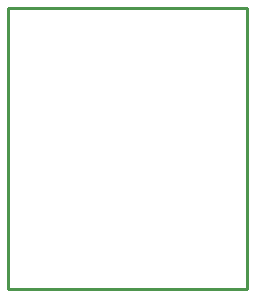
<source format=gbr>
G04 EAGLE Gerber RS-274X export*
G75*
%MOMM*%
%FSLAX34Y34*%
%LPD*%
%IN*%
%IPPOS*%
%AMOC8*
5,1,8,0,0,1.08239X$1,22.5*%
G01*
G04 Define Apertures*
%ADD10C,0.254000*%
D10*
X0Y127000D02*
X203000Y127000D01*
X203000Y365000D01*
X0Y365000D01*
X0Y127000D01*
M02*

</source>
